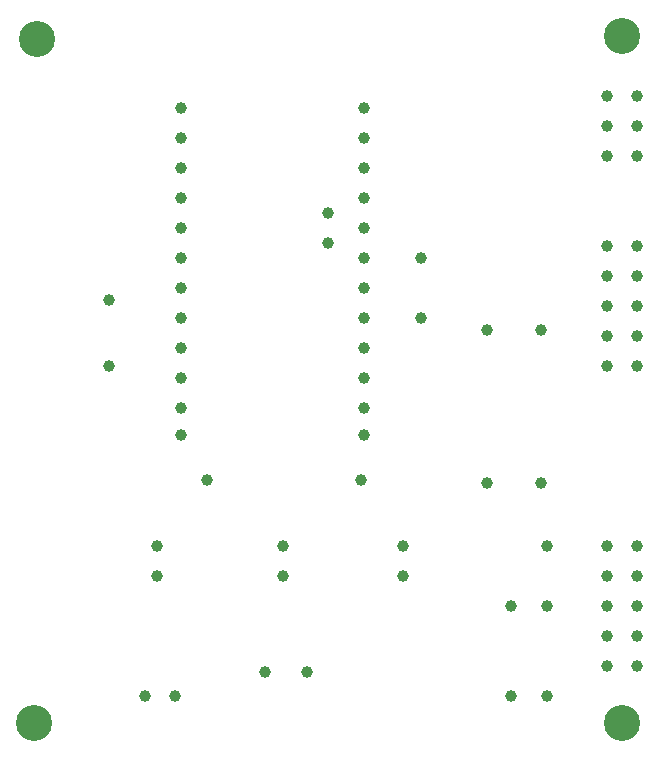
<source format=gbr>
G04 Generated by Ultiboard *
%FSLAX25Y25*%
%MOIN*%

%ADD10C,0.12000*%
%ADD11C,0.03937*%


G04 ColorRGB 000000 for the following layer *
%LNDrill-Copper Top-Copper Bottom*%
%LPD*%
%FSLAX25Y25*%
%MOIN*%
G54D10*
X189000Y107000D03*
X190000Y335000D03*
X385000Y107000D03*
X385000Y336000D03*
G54D11*
X348000Y116000D03*
X348000Y146000D03*
X266220Y124000D03*
X280000Y124000D03*
X246819Y188000D03*
X298000Y188000D03*
X238000Y252000D03*
X238000Y222000D03*
X238000Y203000D03*
X238000Y212000D03*
X238000Y232000D03*
X238000Y242000D03*
X238000Y312000D03*
X238000Y282000D03*
X238000Y262000D03*
X238000Y272000D03*
X238000Y302000D03*
X238000Y292000D03*
X299000Y252000D03*
X299000Y222000D03*
X299000Y203000D03*
X299000Y212000D03*
X299000Y232000D03*
X299000Y242000D03*
X299000Y312000D03*
X287000Y267000D03*
X287000Y277000D03*
X299000Y282000D03*
X299000Y262000D03*
X299000Y272000D03*
X299000Y302000D03*
X299000Y292000D03*
X214000Y248000D03*
X236000Y116000D03*
X226000Y116000D03*
X230000Y156000D03*
X230000Y166000D03*
X214000Y226000D03*
X380000Y256000D03*
X390000Y256000D03*
X380000Y126000D03*
X380000Y156000D03*
X380000Y136000D03*
X380000Y146000D03*
X380000Y166000D03*
X380000Y236000D03*
X380000Y226000D03*
X380000Y246000D03*
X390000Y126000D03*
X390000Y156000D03*
X390000Y136000D03*
X390000Y146000D03*
X390000Y166000D03*
X390000Y236000D03*
X390000Y226000D03*
X390000Y246000D03*
X380000Y316000D03*
X380000Y266000D03*
X380000Y296000D03*
X380000Y306000D03*
X390000Y316000D03*
X390000Y266000D03*
X390000Y296000D03*
X390000Y306000D03*
X318000Y242000D03*
X360000Y116000D03*
X360000Y146000D03*
X312000Y156000D03*
X312000Y166000D03*
X272000Y156000D03*
X272000Y166000D03*
X340000Y186819D03*
X340000Y238000D03*
X358000Y186819D03*
X358000Y238000D03*
X360000Y166000D03*
X318000Y262000D03*

M00*

</source>
